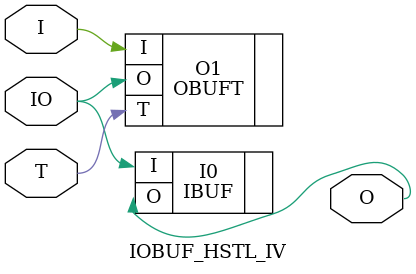
<source format=v>


`timescale  1 ps / 1 ps


module IOBUF_HSTL_IV (O, IO, I, T);

    output O;

    inout  IO;

    input  I, T;

        OBUFT #(.IOSTANDARD("HSTL_IV") ) O1 (.O(IO), .I(I), .T(T)); 
	IBUF #(.IOSTANDARD("HSTL_IV"))  I0 (.O(O), .I(IO));
        

endmodule



</source>
